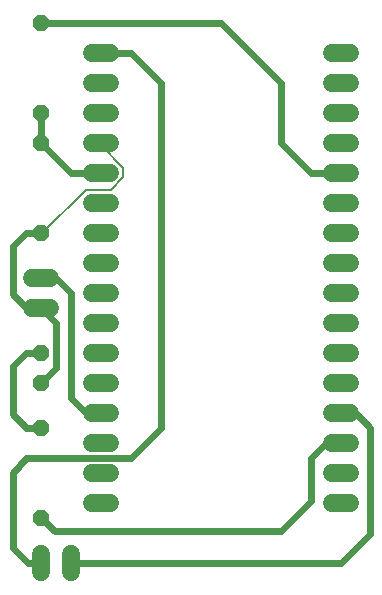
<source format=gbr>
G04 EAGLE Gerber X2 export*
%TF.Part,Single*%
%TF.FileFunction,Copper,L1,Top,Mixed*%
%TF.FilePolarity,Positive*%
%TF.GenerationSoftware,Autodesk,EAGLE,8.7.1*%
%TF.CreationDate,2019-01-27T12:14:56Z*%
G75*
%MOMM*%
%FSLAX34Y34*%
%LPD*%
%AMOC8*
5,1,8,0,0,1.08239X$1,22.5*%
G01*
%ADD10P,1.429621X8X292.500000*%
%ADD11C,1.524000*%
%ADD12P,1.429621X8X112.500000*%
%ADD13C,0.609600*%
%ADD14C,0.152400*%


D10*
X635000Y596900D03*
X635000Y571500D03*
D11*
X881380Y850900D02*
X896620Y850900D01*
X896620Y825500D02*
X881380Y825500D01*
X881380Y800100D02*
X896620Y800100D01*
X896620Y774700D02*
X881380Y774700D01*
X881380Y749300D02*
X896620Y749300D01*
X896620Y723900D02*
X881380Y723900D01*
X881380Y698500D02*
X896620Y698500D01*
X896620Y673100D02*
X881380Y673100D01*
X881380Y647700D02*
X896620Y647700D01*
X896620Y622300D02*
X881380Y622300D01*
X881380Y596900D02*
X896620Y596900D01*
X896620Y571500D02*
X881380Y571500D01*
X881380Y546100D02*
X896620Y546100D01*
X896620Y520700D02*
X881380Y520700D01*
X881380Y495300D02*
X896620Y495300D01*
X896620Y469900D02*
X881380Y469900D01*
X693420Y850900D02*
X678180Y850900D01*
X678180Y825500D02*
X693420Y825500D01*
X693420Y800100D02*
X678180Y800100D01*
X678180Y774700D02*
X693420Y774700D01*
X693420Y749300D02*
X678180Y749300D01*
X678180Y723900D02*
X693420Y723900D01*
X693420Y698500D02*
X678180Y698500D01*
X678180Y673100D02*
X693420Y673100D01*
X693420Y647700D02*
X678180Y647700D01*
X678180Y622300D02*
X693420Y622300D01*
X693420Y596900D02*
X678180Y596900D01*
X678180Y571500D02*
X693420Y571500D01*
X693420Y546100D02*
X678180Y546100D01*
X678180Y520700D02*
X693420Y520700D01*
X693420Y495300D02*
X678180Y495300D01*
X678180Y469900D02*
X693420Y469900D01*
X642620Y635000D02*
X627380Y635000D01*
X627380Y660400D02*
X642620Y660400D01*
D10*
X635000Y533400D03*
X635000Y457200D03*
D12*
X635000Y698500D03*
X635000Y774700D03*
D10*
X635000Y876300D03*
X635000Y800100D03*
D11*
X635000Y426720D02*
X635000Y411480D01*
X660400Y411480D02*
X660400Y426720D01*
D13*
X635000Y596900D02*
X622300Y596900D01*
X610870Y585470D01*
X610870Y544830D02*
X622300Y533400D01*
X635000Y533400D01*
X610870Y544830D02*
X610870Y585470D01*
X660400Y419100D02*
X889000Y419100D01*
X913130Y443230D01*
X913130Y533400D01*
X901700Y546100D01*
X889000Y546100D01*
D14*
X686308Y771652D02*
X686308Y774700D01*
X686308Y771652D02*
X704596Y753364D01*
X704596Y745744D01*
X693928Y735076D01*
X672592Y735076D01*
X636016Y698500D01*
X685800Y774700D02*
X686308Y774700D01*
X636016Y698500D02*
X635000Y698500D01*
D13*
X622300Y698500D01*
X610870Y687070D01*
X610870Y646430D02*
X622300Y635000D01*
X635000Y635000D01*
X610870Y646430D02*
X610870Y687070D01*
X635000Y635000D02*
X647700Y622300D01*
X647700Y584200D01*
X635000Y571500D01*
X635000Y774700D02*
X635000Y800100D01*
X635000Y774700D02*
X660400Y749300D01*
X685800Y749300D01*
X647700Y660400D02*
X635000Y660400D01*
X647700Y660400D02*
X660400Y647700D01*
X660400Y558800D01*
X673100Y546100D01*
X685800Y546100D01*
X635000Y457200D02*
X646430Y445770D01*
X838200Y445770D01*
X863600Y471170D01*
X863600Y508000D01*
X876300Y520700D01*
X889000Y520700D01*
X787400Y876300D02*
X635000Y876300D01*
X838200Y825500D02*
X838200Y774700D01*
X863600Y749300D01*
X889000Y749300D01*
X838200Y825500D02*
X787400Y876300D01*
X635000Y419100D02*
X623570Y419100D01*
X610870Y431800D01*
X610870Y495300D01*
X622300Y508000D01*
X711200Y508000D01*
X736600Y533400D01*
X736600Y825500D01*
X711200Y850900D02*
X685800Y850900D01*
X711200Y850900D02*
X736600Y825500D01*
M02*

</source>
